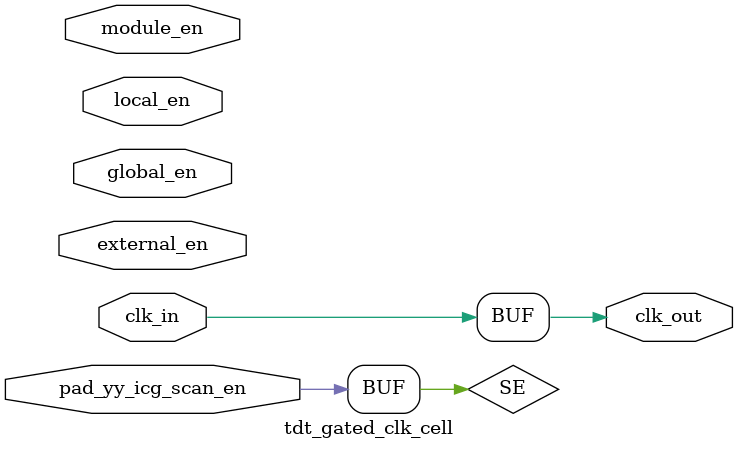
<source format=v>
/*Copyright 2020-2021 T-Head Semiconductor Co., Ltd.

Licensed under the Apache License, Version 2.0 (the "License");
you may not use this file except in compliance with the License.
You may obtain a copy of the License at

    http://www.apache.org/licenses/LICENSE-2.0

Unless required by applicable law or agreed to in writing, software
distributed under the License is distributed on an "AS IS" BASIS,
WITHOUT WARRANTIES OR CONDITIONS OF ANY KIND, either express or implied.
See the License for the specific language governing permissions and
limitations under the License.
*/

module tdt_gated_clk_cell(
  clk_in,
  global_en,
  module_en,
  local_en,
  external_en,
  pad_yy_icg_scan_en,
  clk_out
);

input  clk_in;
input  global_en;
input  module_en;
input  local_en;
input  external_en;
input  pad_yy_icg_scan_en;
output clk_out;

wire   clk_en_bf_latch;
wire   SE;

assign clk_en_bf_latch = (global_en && (module_en || local_en)) || external_en ;

// SE driven from primary input, held constant
assign SE       = pad_yy_icg_scan_en;

`ifdef TDT_GATED_CELL  
tdt_gated_cell x_tdt_gated_cell(
  .clk_in        (clk_in),
  .external_en   (clk_en_bf_latch),
  .SE            (SE),
  .clk_out       (clk_out)
  );
//`ifdef TDT_SMIC
//  `ifdef TDT_PROCESS55LL
//HVT_CLKLANQHDV8 x_gated_clk_cell(
//.CK(clk_in),
//  `endif
//.TE(SE),
//.E(clk_en_bf_latch),
//.Q(clk_out));
//`endif
//`ifdef TDT_TSMC
//  `ifdef TDT_PROCESS40LP
//CKLNQD1BWP x_gated_clk_cell(
//.CP(clk_in),
//.TE(SE),
//.E(clk_en_bf_latch),
//.Q(clk_out));
//  `endif
//  `ifdef TDT_PROCESS28HPC
//    CKLNQD8BWP35P140  x_gated_clk_cell (
//                .CP     (clk_in),
//                .TE     (SE),
//                .E      (clk_en_bf_latch),
//                .Q      (clk_out)
//                );
//  `endif
//`endif
//`ifdef TDT_GSMC
//  `ifdef TDT_PROCESS130
//CLKGTPHD8X x_gated_clk_cell(
//.CK(clk_in),
//  `endif
//.TE(SE),
//.E(clk_en_bf_latch),
//.Z(clk_out));
//`endif
//
//`ifdef TDT_UMC
//  `ifdef TDT_PROCESS28HDE
//    PREICG_X4B_A9PP140ZTR_C30 x_gated_clk_cell (
//    .CK(clk_in),
//    .SE(SE),
//    .E(clk_en_bf_latch),
//    .ECK(clk_out)
//  );
//    `endif 
//   `ifdef TDT_PROCESS22HDE
//    PREICG_X4B_A9PP140ZTS_C30 x_gated_clk_cell (
//    .CK(clk_in),
//    .SE(SE),
//    .E(clk_en_bf_latch),
//    .ECK(clk_out)
//  );
//  
//  `endif
//`endif
`else
//STN_CKGTPLT_V5_1  x_gated_clk_cell (
//  .CK           (clk_in),
//  .SE               (SE),
//  .EN      (clk_en_bf_latch),
//  .Q          (clk_out)
//);
assign clk_out = clk_in;
`endif


endmodule   

</source>
